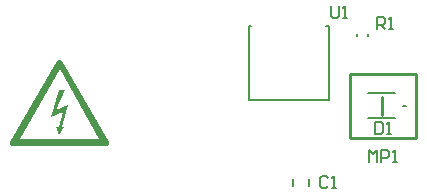
<source format=gto>
G04*
G04 #@! TF.GenerationSoftware,Altium Limited,Altium Designer,20.0.11 (256)*
G04*
G04 Layer_Color=65535*
%FSLAX25Y25*%
%MOIN*%
G70*
G01*
G75*
%ADD10C,0.00787*%
%ADD11C,0.01000*%
%ADD12C,0.00500*%
%ADD13C,0.00700*%
G36*
X37309Y56287D02*
X37461Y56232D01*
X37628Y56148D01*
X37711Y56079D01*
X37795Y56010D01*
X37878Y55926D01*
X37947Y55815D01*
X53437Y28971D01*
X53451Y28943D01*
X53479Y28888D01*
X53507Y28777D01*
X53548Y28652D01*
X53562Y28499D01*
X53548Y28333D01*
X53521Y28166D01*
X53437Y27986D01*
X53423Y27972D01*
X53382Y27916D01*
X53312Y27833D01*
X53215Y27750D01*
X53104Y27653D01*
X52951Y27583D01*
X52799Y27528D01*
X52618Y27500D01*
X21555Y27500D01*
X21486Y27514D01*
X21388Y27528D01*
X21263Y27556D01*
X21138Y27625D01*
X20986Y27708D01*
X20861Y27819D01*
X20736Y27986D01*
X20722Y28014D01*
X20708Y28069D01*
X20680Y28152D01*
X20653Y28277D01*
X20639Y28430D01*
Y28596D01*
X20667Y28777D01*
X20736Y28971D01*
X36254Y55815D01*
X36268Y55829D01*
X36295Y55871D01*
X36351Y55940D01*
X36420Y56010D01*
X36531Y56093D01*
X36642Y56176D01*
X36795Y56245D01*
X36962Y56315D01*
X37170D01*
X37309Y56287D01*
D02*
G37*
%LPC*%
G36*
X37100Y53206D02*
X23914Y30026D01*
X50259Y30026D01*
X37100Y53206D01*
D02*
G37*
%LPD*%
G36*
X35935Y39700D02*
X39960Y41324D01*
X37947Y33801D01*
X38697D01*
X36962Y31192D01*
X36018Y33913D01*
X36753D01*
X38169Y38784D01*
X34213Y37188D01*
X36753Y46183D01*
X38766D01*
X35935Y39700D01*
D02*
G37*
D10*
X152500Y41000D02*
X151713D01*
X152500D01*
X139870Y64224D02*
Y64854D01*
X136130Y64224D02*
Y64854D01*
X100250Y67500D02*
X101074D01*
X125926D02*
X126750D01*
Y43000D02*
Y67500D01*
X100250Y43000D02*
X126750D01*
X100250D02*
Y67500D01*
X120158Y14319D02*
Y16681D01*
X114842Y14319D02*
Y16681D01*
D11*
X144500Y38000D02*
Y44000D01*
X133894Y30146D02*
Y51646D01*
Y30146D02*
X155894D01*
Y51646D01*
X133894D02*
X155894D01*
D12*
X140051Y45153D02*
X148949D01*
X140051Y36847D02*
X148949D01*
D13*
X142796Y66479D02*
Y70478D01*
X144796D01*
X145462Y69812D01*
Y68479D01*
X144796Y67813D01*
X142796D01*
X144129D02*
X145462Y66479D01*
X146795D02*
X148128D01*
X147461D01*
Y70478D01*
X146795Y69812D01*
X126500Y16833D02*
X125833Y17499D01*
X124501D01*
X123834Y16833D01*
Y14167D01*
X124501Y13501D01*
X125833D01*
X126500Y14167D01*
X127833Y13501D02*
X129166D01*
X128499D01*
Y17499D01*
X127833Y16833D01*
X127567Y74386D02*
Y71054D01*
X128234Y70387D01*
X129567D01*
X130233Y71054D01*
Y74386D01*
X131566Y70387D02*
X132899D01*
X132232D01*
Y74386D01*
X131566Y73720D01*
X142334Y35499D02*
Y31501D01*
X144334D01*
X145000Y32167D01*
Y34833D01*
X144334Y35499D01*
X142334D01*
X146333Y31501D02*
X147666D01*
X146999D01*
Y35499D01*
X146333Y34833D01*
X140229Y22146D02*
Y26145D01*
X141562Y24812D01*
X142895Y26145D01*
Y22146D01*
X144228D02*
Y26145D01*
X146227D01*
X146893Y25479D01*
Y24146D01*
X146227Y23479D01*
X144228D01*
X148226Y22146D02*
X149559D01*
X148893D01*
Y26145D01*
X148226Y25479D01*
M02*

</source>
